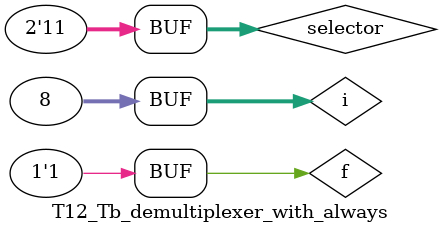
<source format=v>
module T12_demultiplexer_with_always (
    input f,
    input [1:0] selector,
    output reg a, b, c, d);
    
    always @(f or selector) begin
        a = ((f & ~selector[1]) & ~selector[0]);
        b = ((f & selector[1]) & ~selector[0]);
        c = ((f & ~selector[1]) & selector[0]);
        d = (( f & selector[1]) & selector[0]);
    end
endmodule

module T12_Tb_demultiplexer_with_always;

    reg f;
    reg [1:0] selector;
    wire a, b, c, d;
    integer i;
    T12_demultiplexer_with_always demux(.f(f), .selector(selector), .a(a), .b(b), .c(c), .d(d));

    initial begin
        

        {f, selector} <= 0;

        $monitor("f :%0b selector :%0b a :%0b b :%0b c :%0b d :%0b", 
        f, selector, a, b, c, d);

        for (i = 0; i <= 7 ; i = i + 1) begin
            {f, selector} = i;
            #10;
        end
    end
endmodule
</source>
